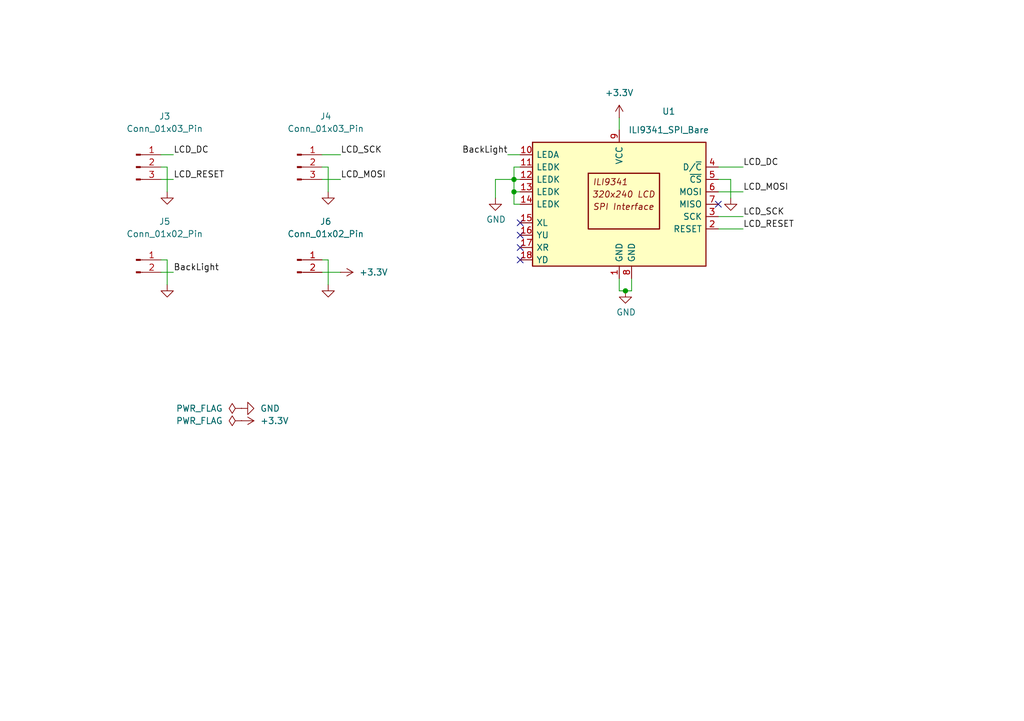
<source format=kicad_sch>
(kicad_sch (version 20231120) (generator "eeschema") (generator_version "8.0")
  (paper "A5")
  (lib_symbols
    (symbol "Connector:Conn_01x02_Pin" (pin_names (offset 1.016) hide)
      (property "Reference" "J" (at 0 2.54 0))
      (property "Value" "Conn_01x02_Pin" (at 0 -5.08 0))
      (symbol "Conn_01x02_Pin_1_1"
        (polyline (pts (xy 1.27 -2.54) (xy 0.8636 -2.54)) (stroke (width 0.1524)))
        (polyline (pts (xy 1.27 0) (xy 0.8636 0)) (stroke (width 0.1524)))
        (rectangle (start 0.8636 -2.413) (end 0 -2.667) (stroke (width 0.1524)) (fill (type outline)))
        (rectangle (start 0.8636 0.127) (end 0 -0.127) (stroke (width 0.1524)) (fill (type outline)))
        (pin passive line (at 5.08 0 180) (length 3.81) (name "Pin_1") (number "1"))
        (pin passive line (at 5.08 -2.54 180) (length 3.81) (name "Pin_2") (number "2"))
      )
    )
    (symbol "Connector:Conn_01x03_Pin" (pin_names (offset 1.016) hide)
      (property "Reference" "J" (at 0 5.08 0))
      (property "Value" "Conn_01x03_Pin" (at 0 -5.08 0))
      (symbol "Conn_01x03_Pin_1_1"
        (polyline (pts (xy 1.27 -2.54) (xy 0.8636 -2.54)) (stroke (width 0.1524)))
        (polyline (pts (xy 1.27 0) (xy 0.8636 0)) (stroke (width 0.1524)))
        (polyline (pts (xy 1.27 2.54) (xy 0.8636 2.54)) (stroke (width 0.1524)))
        (rectangle (start 0.8636 -2.413) (end 0 -2.667) (stroke (width 0.1524)) (fill (type outline)))
        (rectangle (start 0.8636 0.127) (end 0 -0.127) (stroke (width 0.1524)) (fill (type outline)))
        (rectangle (start 0.8636 2.667) (end 0 2.413) (stroke (width 0.1524)) (fill (type outline)))
        (pin passive line (at 5.08 2.54 180) (length 3.81) (name "Pin_1") (number "1"))
        (pin passive line (at 5.08 0 180) (length 3.81) (name "Pin_2") (number "2"))
        (pin passive line (at 5.08 -2.54 180) (length 3.81) (name "Pin_3") (number "3"))
      )
    )
    (symbol "ili9341_spi:ILI9341_SPI_Bare" (pin_names (offset 0.762))
      (property "Reference" "U" (at -17.526 13.97 0))
      (property "Value" "ILI9341_SPI_Bare" (at 1.905 13.97 0))
      (symbol "ILI9341_SPI_Bare_0_0"
        (text "320x240 LCD" (at 0.889 2.032 0) (effects (font (size 1.27 1.27) (italic yes))))
        (text "ILI9341" (at -5.461 4.572 0) (effects (font (size 1.27 1.27) (italic yes)) (justify left)))
        (text "SPI Interface" (at -5.461 -0.508 0) (effects (font (size 1.27 1.27) (italic yes)) (justify left)))
      )
      (symbol "ILI9341_SPI_Bare_0_1"
        (rectangle (start -17.78 12.7) (end 17.78 -12.7) (stroke (width 0.254)) (fill (type background)))
        (rectangle (start -6.35 6.35) (end 8.255 -5.08) (stroke (width 0.254)))
      )
      (symbol "ILI9341_SPI_Bare_1_1"
        (pin power_in line (at 0 -15.24 90) (length 2.54) (name "GND") (number "1"))
        (pin input line (at -20.32 10.16 0) (length 2.54) (name "LEDA") (number "10"))
        (pin input line (at -20.32 7.62 0) (length 2.54) (name "LEDK") (number "11"))
        (pin input line (at -20.32 5.08 0) (length 2.54) (name "LEDK") (number "12"))
        (pin input line (at -20.32 2.54 0) (length 2.54) (name "LEDK") (number "13"))
        (pin input line (at -20.32 0 0) (length 2.54) (name "LEDK") (number "14"))
        (pin input line (at -20.32 -3.81 0) (length 2.54) (name "XL") (number "15"))
        (pin input line (at -20.32 -6.35 0) (length 2.54) (name "YU") (number "16"))
        (pin input line (at -20.32 -8.89 0) (length 2.54) (name "XR") (number "17"))
        (pin input line (at -20.32 -11.43 0) (length 2.54) (name "YD") (number "18"))
        (pin input line (at 20.32 -5.08 180) (length 2.54) (name "RESET") (number "2"))
        (pin input line (at 20.32 -2.54 180) (length 2.54) (name "SCK") (number "3"))
        (pin input line (at 20.32 7.62 180) (length 2.54) (name "D/~{C}") (number "4"))
        (pin input line (at 20.32 5.08 180) (length 2.54) (name "~{CS}") (number "5"))
        (pin input line (at 20.32 2.54 180) (length 2.54) (name "MOSI") (number "6"))
        (pin output line (at 20.32 0 180) (length 2.54) (name "MISO") (number "7"))
        (pin power_in line (at 2.54 -15.24 90) (length 2.54) (name "GND") (number "8"))
        (pin power_in line (at 0 15.24 270) (length 2.54) (name "VCC") (number "9"))
      )
    )
    (symbol "power:+3.3V" (power) (pin_numbers hide) (pin_names (offset 0) hide)
      (property "Value" "+3.3V" (at 0 3.556 0))
      (symbol "+3.3V_0_1"
        (polyline (pts (xy -0.762 1.27) (xy 0 2.54)))
        (polyline (pts (xy 0 0) (xy 0 2.54)))
        (polyline (pts (xy 0 2.54) (xy 0.762 1.27)))
      )
      (symbol "+3.3V_1_1"
        (pin power_in line (at 0 0 90) (length 0) (name "~") (number "1"))
      )
    )
    (symbol "power:GND" (power) (pin_numbers hide) (pin_names (offset 0) hide)
      (property "Value" "GND" (at 0 -3.81 0))
      (symbol "GND_0_1"
        (polyline (pts (xy 0 0) (xy 0 -1.27) (xy 1.27 -1.27) (xy 0 -2.54) (xy -1.27 -1.27) (xy 0 -1.27)))
      )
      (symbol "GND_1_1"
        (pin power_in line (at 0 0 270) (length 0) (name "~") (number "1"))
      )
    )
    (symbol "power:PWR_FLAG" (power) (pin_numbers hide) (pin_names (offset 0) hide)
      (property "Value" "PWR_FLAG" (at 0 3.81 0))
      (symbol "PWR_FLAG_0_0"
        (pin power_out line (at 0 0 90) (length 0) (name "~") (number "1"))
      )
      (symbol "PWR_FLAG_0_1"
        (polyline (pts (xy 0 0) (xy 0 1.27) (xy -1.016 1.905) (xy 0 2.54) (xy 1.016 1.905) (xy 0 1.27)))
      )
    )
  )
  (junction (at 105.41 39.37))
  (junction (at 105.41 36.83))
  (junction (at 128.27 59.69))
  (no_connect (at 106.68 48.26))
  (no_connect (at 106.68 50.8))
  (no_connect (at 147.32 41.91))
  (no_connect (at 106.68 45.72))
  (no_connect (at 106.68 53.34))
  (wire (pts (xy 66.04 53.34) (xy 67.31 53.34)))
  (wire (pts (xy 129.54 59.69) (xy 129.54 57.15)))
  (wire (pts (xy 101.6 36.83) (xy 105.41 36.83)))
  (wire (pts (xy 35.56 55.88) (xy 33.02 55.88)))
  (wire (pts (xy 67.31 34.29) (xy 67.31 39.37)))
  (wire (pts (xy 106.68 41.91) (xy 105.41 41.91)))
  (wire (pts (xy 147.32 39.37) (xy 152.4 39.37)))
  (wire (pts (xy 66.04 31.75) (xy 69.85 31.75)))
  (wire (pts (xy 33.02 36.83) (xy 35.56 36.83)))
  (wire (pts (xy 69.85 55.88) (xy 66.04 55.88)))
  (wire (pts (xy 127 24.13) (xy 127 26.67)))
  (wire (pts (xy 34.29 53.34) (xy 34.29 58.42)))
  (wire (pts (xy 127 59.69) (xy 128.27 59.69)))
  (wire (pts (xy 147.32 44.45) (xy 152.4 44.45)))
  (wire (pts (xy 149.86 40.64) (xy 149.86 36.83)))
  (wire (pts (xy 147.32 46.99) (xy 152.4 46.99)))
  (wire (pts (xy 33.02 31.75) (xy 35.56 31.75)))
  (wire (pts (xy 105.41 41.91) (xy 105.41 39.37)))
  (wire (pts (xy 147.32 34.29) (xy 152.4 34.29)))
  (wire (pts (xy 127 57.15) (xy 127 59.69)))
  (wire (pts (xy 149.86 36.83) (xy 147.32 36.83)))
  (wire (pts (xy 33.02 53.34) (xy 34.29 53.34)))
  (wire (pts (xy 33.02 34.29) (xy 34.29 34.29)))
  (wire (pts (xy 34.29 34.29) (xy 34.29 39.37)))
  (wire (pts (xy 105.41 36.83) (xy 106.68 36.83)))
  (wire (pts (xy 105.41 36.83) (xy 105.41 39.37)))
  (wire (pts (xy 66.04 34.29) (xy 67.31 34.29)))
  (wire (pts (xy 128.27 59.69) (xy 129.54 59.69)))
  (wire (pts (xy 105.41 39.37) (xy 106.68 39.37)))
  (wire (pts (xy 106.68 34.29) (xy 105.41 34.29)))
  (wire (pts (xy 104.14 31.75) (xy 106.68 31.75)))
  (wire (pts (xy 105.41 34.29) (xy 105.41 36.83)))
  (wire (pts (xy 69.85 36.83) (xy 66.04 36.83)))
  (wire (pts (xy 101.6 36.83) (xy 101.6 40.64)))
  (wire (pts (xy 67.31 53.34) (xy 67.31 58.42)))
  (label "LCD_MOSI" (at 152.4 39.37 0))
  (label "BackLight" (at 104.14 31.75 180))
  (label "LCD_SCK" (at 152.4 44.45 0))
  (label "LCD_DC" (at 35.56 31.75 0))
  (label "LCD_SCK" (at 69.85 31.75 0))
  (label "LCD_RESET" (at 152.4 46.99 0))
  (label "LCD_MOSI" (at 69.85 36.83 0))
  (label "LCD_RESET" (at 35.56 36.83 0))
  (label "LCD_DC" (at 152.4 34.29 0))
  (label "BackLight" (at 35.56 55.88 0))
  (symbol (lib_id "power:GND") (at 49.53 83.82 90) (unit 1)
    (property "Reference" "#PWR048" (effects (hide yes)))
    (property "Value" "GND" (at 53.34 83.8199 90) (effects (justify right)))
    (property "Description" "Power symbol creates a global label with name \"GND\" , ground" (effects (hide yes)))
  )
  (symbol (lib_id "power:GND") (at 128.27 59.69 0) (unit 1)
    (property "Reference" "#PWR08" (effects (hide yes)))
    (property "Value" "GND" (at 128.397 64.0842 0))
    (property "Description" "Power symbol creates a global label with name \"GND\" , ground" (effects (hide yes)))
  )
  (symbol (lib_id "ili9341_spi:ILI9341_SPI_Bare") (at 127 41.91 0) (unit 1)
    (property "Reference" "U1" (at 137.16 22.86 0))
    (property "Value" "ILI9341_SPI_Bare" (at 137.16 26.67 0))
    (property "Footprint" "Custom_Footprints:18x0.8mmLCDConnector" (effects (hide yes)))
    (property "Datasheet" "http://pan.baidu.com/s/11Y990" (effects (hide yes)))
    (property "Description" "ILI9341 controller, SPI TFT LCD Display, 9-pin breakout PCB, 4-pin SD card interface, 5V/3.3V" (effects (hide yes)))
  )
  (symbol (lib_id "power:GND") (at 149.86 40.64 0) (unit 1)
    (property "Reference" "#PWR09" (effects (hide yes)))
    (property "Value" "GND" (effects (hide yes)))
    (property "Description" "Power symbol creates a global label with name \"GND\" , ground" (effects (hide yes)))
  )
  (symbol (lib_id "power:+3.3V") (at 127 24.13 0) (unit 1)
    (property "Reference" "#PWR03" (effects (hide yes)))
    (property "Value" "+3.3V" (at 127 19.05 0))
    (property "Description" "Power symbol creates a global label with name \"+3.3V\"" (effects (hide yes)))
  )
  (symbol (lib_id "Connector:Conn_01x03_Pin") (at 27.94 34.29 0) (unit 1)
    (property "Reference" "J3" (at 33.782 23.876 0))
    (property "Value" "Conn_01x03_Pin" (at 33.782 26.416 0))
    (property "Footprint" "Connector_PinHeader_2.54mm:PinHeader_1x03_P2.54mm_Vertical" (effects (hide yes)))
    (property "Description" "Generic connector, single row, 01x03, script generated" (effects (hide yes)))
  )
  (symbol (lib_id "power:GND") (at 67.31 58.42 0) (unit 1)
    (property "Reference" "#PWR014" (effects (hide yes)))
    (property "Value" "GND" (effects (hide yes)))
    (property "Description" "Power symbol creates a global label with name \"GND\" , ground" (effects (hide yes)))
  )
  (symbol (lib_id "power:+3.3V") (at 49.53 86.36 270) (unit 1)
    (property "Reference" "#PWR02" (effects (hide yes)))
    (property "Value" "+3.3V" (at 53.34 86.3599 90) (effects (justify left)))
    (property "Description" "Power symbol creates a global label with name \"+3.3V\"" (effects (hide yes)))
  )
  (symbol (lib_id "Connector:Conn_01x03_Pin") (at 60.96 34.29 0) (unit 1)
    (property "Reference" "J4" (at 66.802 23.876 0))
    (property "Value" "Conn_01x03_Pin" (at 66.802 26.416 0))
    (property "Footprint" "Connector_PinHeader_2.54mm:PinHeader_1x03_P2.54mm_Vertical" (effects (hide yes)))
    (property "Description" "Generic connector, single row, 01x03, script generated" (effects (hide yes)))
  )
  (symbol (lib_id "power:GND") (at 101.6 40.64 0) (unit 1)
    (property "Reference" "#PWR01" (effects (hide yes)))
    (property "Value" "GND" (at 101.727 45.0342 0))
    (property "Description" "Power symbol creates a global label with name \"GND\" , ground" (effects (hide yes)))
  )
  (symbol (lib_id "Connector:Conn_01x02_Pin") (at 27.94 53.34 0) (unit 1)
    (property "Reference" "J5" (at 33.782 45.466 0))
    (property "Value" "Conn_01x02_Pin" (at 33.782 48.006 0))
    (property "Footprint" "Connector_PinHeader_2.54mm:PinHeader_1x02_P2.54mm_Vertical" (effects (hide yes)))
    (property "Description" "Generic connector, single row, 01x02, script generated" (effects (hide yes)))
  )
  (symbol (lib_id "power:GND") (at 67.31 39.37 0) (unit 1)
    (property "Reference" "#PWR013" (effects (hide yes)))
    (property "Value" "GND" (effects (hide yes)))
    (property "Description" "Power symbol creates a global label with name \"GND\" , ground" (effects (hide yes)))
  )
  (symbol (lib_id "power:+3.3V") (at 69.85 55.88 270) (unit 1)
    (property "Reference" "#PWR015" (effects (hide yes)))
    (property "Value" "+3.3V" (at 73.66 55.8799 90) (effects (justify left)))
    (property "Description" "Power symbol creates a global label with name \"+3.3V\"" (effects (hide yes)))
  )
  (symbol (lib_id "Connector:Conn_01x02_Pin") (at 60.96 53.34 0) (unit 1)
    (property "Reference" "J6" (at 66.802 45.466 0))
    (property "Value" "Conn_01x02_Pin" (at 66.802 48.006 0))
    (property "Footprint" "Connector_PinHeader_2.54mm:PinHeader_1x02_P2.54mm_Vertical" (effects (hide yes)))
    (property "Description" "Generic connector, single row, 01x02, script generated" (effects (hide yes)))
  )
  (symbol (lib_id "power:PWR_FLAG") (at 49.53 83.82 90) (unit 1)
    (property "Reference" "#FLG01" (effects (hide yes)))
    (property "Value" "PWR_FLAG" (at 45.72 83.8199 90) (effects (justify left)))
    (property "Description" "Special symbol for telling ERC where power comes from" (effects (hide yes)))
  )
  (symbol (lib_id "power:GND") (at 34.29 39.37 0) (unit 1)
    (property "Reference" "#PWR05" (effects (hide yes)))
    (property "Value" "GND" (effects (hide yes)))
    (property "Description" "Power symbol creates a global label with name \"GND\" , ground" (effects (hide yes)))
  )
  (symbol (lib_id "power:PWR_FLAG") (at 49.53 86.36 90) (unit 1)
    (property "Reference" "#FLG02" (effects (hide yes)))
    (property "Value" "PWR_FLAG" (at 45.72 86.3599 90) (effects (justify left)))
    (property "Description" "Special symbol for telling ERC where power comes from" (effects (hide yes)))
  )
  (symbol (lib_id "power:GND") (at 34.29 58.42 0) (unit 1)
    (property "Reference" "#PWR011" (effects (hide yes)))
    (property "Value" "GND" (effects (hide yes)))
    (property "Description" "Power symbol creates a global label with name \"GND\" , ground" (effects (hide yes)))
  )
)
</source>
